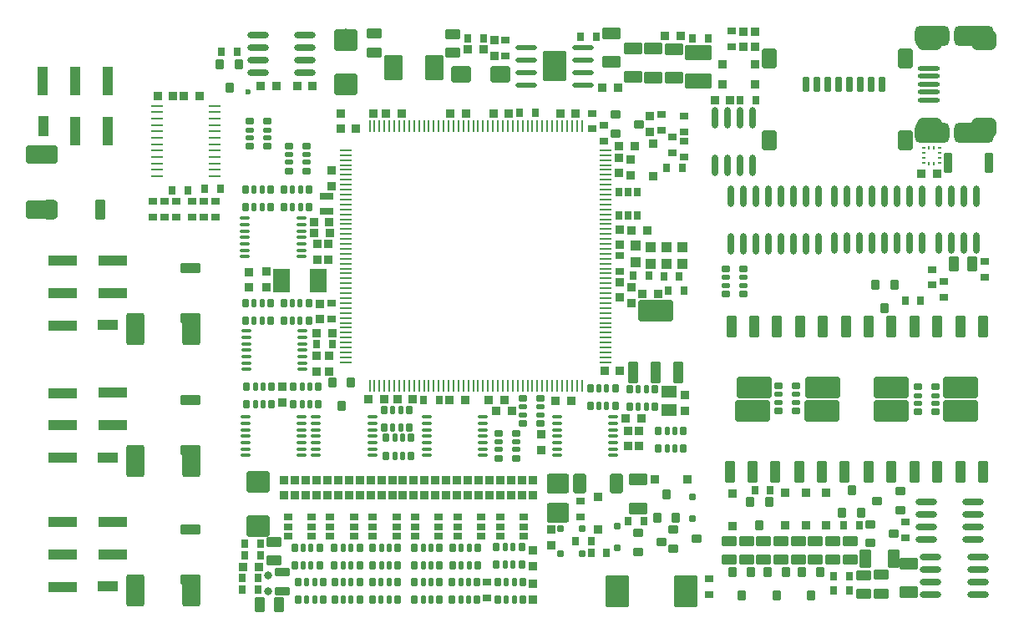
<source format=gtp>
G75*
G70*
%OFA0B0*%
%FSLAX25Y25*%
%IPPOS*%
%LPD*%
%AMOC8*
5,1,8,0,0,1.08239X$1,22.5*
%
%AMM1*
21,1,0.080710,0.097440,0.000000,0.000000,270.000000*
21,1,0.040350,0.137800,0.000000,0.000000,270.000000*
1,1,0.040350,-0.048720,-0.020180*
1,1,0.040350,-0.048720,0.020180*
1,1,0.040350,0.048720,0.020180*
1,1,0.040350,0.048720,-0.020180*
%
%AMM10*
21,1,0.125980,0.056690,0.000000,0.000000,180.000000*
21,1,0.111810,0.070870,0.000000,0.000000,180.000000*
1,1,0.014170,-0.055910,0.028350*
1,1,0.014170,0.055910,0.028350*
1,1,0.014170,0.055910,-0.028350*
1,1,0.014170,-0.055910,-0.028350*
%
%AMM101*
21,1,0.094490,0.111020,0.000000,0.000000,180.000000*
21,1,0.075590,0.129920,0.000000,0.000000,180.000000*
1,1,0.018900,-0.037800,0.055510*
1,1,0.018900,0.037800,0.055510*
1,1,0.018900,0.037800,-0.055510*
1,1,0.018900,-0.037800,-0.055510*
%
%AMM102*
21,1,0.023620,0.018900,0.000000,0.000000,270.000000*
21,1,0.018900,0.023620,0.000000,0.000000,270.000000*
1,1,0.004720,-0.009450,-0.009450*
1,1,0.004720,-0.009450,0.009450*
1,1,0.004720,0.009450,0.009450*
1,1,0.004720,0.009450,-0.009450*
%
%AMM103*
21,1,0.035830,0.026770,0.000000,0.000000,0.000000*
21,1,0.029130,0.033470,0.000000,0.000000,0.000000*
1,1,0.006690,0.014570,-0.013390*
1,1,0.006690,-0.014570,-0.013390*
1,1,0.006690,-0.014570,0.013390*
1,1,0.006690,0.014570,0.013390*
%
%AMM104*
21,1,0.023620,0.018900,0.000000,0.000000,180.000000*
21,1,0.018900,0.023620,0.000000,0.000000,180.000000*
1,1,0.004720,-0.009450,0.009450*
1,1,0.004720,0.009450,0.009450*
1,1,0.004720,0.009450,-0.009450*
1,1,0.004720,-0.009450,-0.009450*
%
%AMM105*
21,1,0.035430,0.030320,0.000000,0.000000,0.000000*
21,1,0.028350,0.037400,0.000000,0.000000,0.000000*
1,1,0.007090,0.014170,-0.015160*
1,1,0.007090,-0.014170,-0.015160*
1,1,0.007090,-0.014170,0.015160*
1,1,0.007090,0.014170,0.015160*
%
%AMM106*
21,1,0.078740,0.070870,0.000000,0.000000,270.000000*
21,1,0.062990,0.086610,0.000000,0.000000,270.000000*
1,1,0.015750,-0.035430,-0.031500*
1,1,0.015750,-0.035430,0.031500*
1,1,0.015750,0.035430,0.031500*
1,1,0.015750,0.035430,-0.031500*
%
%AMM107*
21,1,0.051180,0.068500,0.000000,0.000000,180.000000*
21,1,0.040950,0.078740,0.000000,0.000000,180.000000*
1,1,0.010240,-0.020470,0.034250*
1,1,0.010240,0.020470,0.034250*
1,1,0.010240,0.020470,-0.034250*
1,1,0.010240,-0.020470,-0.034250*
%
%AMM108*
21,1,0.033470,0.026770,0.000000,0.000000,90.000000*
21,1,0.026770,0.033470,0.000000,0.000000,90.000000*
1,1,0.006690,0.013390,0.013390*
1,1,0.006690,0.013390,-0.013390*
1,1,0.006690,-0.013390,-0.013390*
1,1,0.006690,-0.013390,0.013390*
%
%AMM109*
21,1,0.035830,0.026770,0.000000,0.000000,90.000000*
21,1,0.029130,0.033470,0.000000,0.000000,90.000000*
1,1,0.006690,0.013390,0.014570*
1,1,0.006690,0.013390,-0.014570*
1,1,0.006690,-0.013390,-0.014570*
1,1,0.006690,-0.013390,0.014570*
%
%AMM110*
21,1,0.070870,0.036220,0.000000,0.000000,180.000000*
21,1,0.061810,0.045280,0.000000,0.000000,180.000000*
1,1,0.009060,-0.030910,0.018110*
1,1,0.009060,0.030910,0.018110*
1,1,0.009060,0.030910,-0.018110*
1,1,0.009060,-0.030910,-0.018110*
%
%AMM121*
21,1,0.106300,0.050390,0.000000,0.000000,0.000000*
21,1,0.093700,0.062990,0.000000,0.000000,0.000000*
1,1,0.012600,0.046850,-0.025200*
1,1,0.012600,-0.046850,-0.025200*
1,1,0.012600,-0.046850,0.025200*
1,1,0.012600,0.046850,0.025200*
%
%AMM122*
21,1,0.074800,0.083460,0.000000,0.000000,180.000000*
21,1,0.059840,0.098430,0.000000,0.000000,180.000000*
1,1,0.014960,-0.029920,0.041730*
1,1,0.014960,0.029920,0.041730*
1,1,0.014960,0.029920,-0.041730*
1,1,0.014960,-0.029920,-0.041730*
%
%AMM123*
21,1,0.122050,0.075590,0.000000,0.000000,270.000000*
21,1,0.103150,0.094490,0.000000,0.000000,270.000000*
1,1,0.018900,-0.037800,-0.051580*
1,1,0.018900,-0.037800,0.051580*
1,1,0.018900,0.037800,0.051580*
1,1,0.018900,0.037800,-0.051580*
%
%AMM124*
21,1,0.078740,0.053540,0.000000,0.000000,180.000000*
21,1,0.065350,0.066930,0.000000,0.000000,180.000000*
1,1,0.013390,-0.032680,0.026770*
1,1,0.013390,0.032680,0.026770*
1,1,0.013390,0.032680,-0.026770*
1,1,0.013390,-0.032680,-0.026770*
%
%AMM125*
21,1,0.086610,0.073230,0.000000,0.000000,90.000000*
21,1,0.069290,0.090550,0.000000,0.000000,90.000000*
1,1,0.017320,0.036610,0.034650*
1,1,0.017320,0.036610,-0.034650*
1,1,0.017320,-0.036610,-0.034650*
1,1,0.017320,-0.036610,0.034650*
%
%AMM131*
21,1,0.078740,0.045670,0.000000,0.000000,270.000000*
21,1,0.067320,0.057090,0.000000,0.000000,270.000000*
1,1,0.011420,-0.022840,-0.033660*
1,1,0.011420,-0.022840,0.033660*
1,1,0.011420,0.022840,0.033660*
1,1,0.011420,0.022840,-0.033660*
%
%AMM132*
21,1,0.059060,0.020470,0.000000,0.000000,270.000000*
21,1,0.053940,0.025590,0.000000,0.000000,270.000000*
1,1,0.005120,-0.010240,-0.026970*
1,1,0.005120,-0.010240,0.026970*
1,1,0.005120,0.010240,0.026970*
1,1,0.005120,0.010240,-0.026970*
%
%AMM135*
21,1,0.070870,0.036220,0.000000,0.000000,270.000000*
21,1,0.061810,0.045280,0.000000,0.000000,270.000000*
1,1,0.009060,-0.018110,-0.030910*
1,1,0.009060,-0.018110,0.030910*
1,1,0.009060,0.018110,0.030910*
1,1,0.009060,0.018110,-0.030910*
%
%AMM136*
21,1,0.035430,0.030320,0.000000,0.000000,90.000000*
21,1,0.028350,0.037400,0.000000,0.000000,90.000000*
1,1,0.007090,0.015160,0.014170*
1,1,0.007090,0.015160,-0.014170*
1,1,0.007090,-0.015160,-0.014170*
1,1,0.007090,-0.015160,0.014170*
%
%AMM137*
21,1,0.043310,0.075980,0.000000,0.000000,180.000000*
21,1,0.034650,0.084650,0.000000,0.000000,180.000000*
1,1,0.008660,-0.017320,0.037990*
1,1,0.008660,0.017320,0.037990*
1,1,0.008660,0.017320,-0.037990*
1,1,0.008660,-0.017320,-0.037990*
%
%AMM138*
21,1,0.043310,0.075990,0.000000,0.000000,180.000000*
21,1,0.034650,0.084650,0.000000,0.000000,180.000000*
1,1,0.008660,-0.017320,0.037990*
1,1,0.008660,0.017320,0.037990*
1,1,0.008660,0.017320,-0.037990*
1,1,0.008660,-0.017320,-0.037990*
%
%AMM139*
21,1,0.137800,0.067720,0.000000,0.000000,180.000000*
21,1,0.120870,0.084650,0.000000,0.000000,180.000000*
1,1,0.016930,-0.060430,0.033860*
1,1,0.016930,0.060430,0.033860*
1,1,0.016930,0.060430,-0.033860*
1,1,0.016930,-0.060430,-0.033860*
%
%AMM145*
21,1,0.033470,0.026770,0.000000,0.000000,0.000000*
21,1,0.026770,0.033470,0.000000,0.000000,0.000000*
1,1,0.006690,0.013390,-0.013390*
1,1,0.006690,-0.013390,-0.013390*
1,1,0.006690,-0.013390,0.013390*
1,1,0.006690,0.013390,0.013390*
%
%AMM2*
21,1,0.080710,0.117130,0.000000,0.000000,270.000000*
21,1,0.040350,0.157480,0.000000,0.000000,270.000000*
1,1,0.040350,-0.058560,-0.020180*
1,1,0.040350,-0.058560,0.020180*
1,1,0.040350,0.058560,0.020180*
1,1,0.040350,0.058560,-0.020180*
%
%AMM3*
21,1,0.078740,0.059060,0.000000,0.000000,90.000000*
21,1,0.039370,0.098430,0.000000,0.000000,90.000000*
1,1,0.039370,0.029530,0.019680*
1,1,0.039370,0.029530,-0.019680*
1,1,0.039370,-0.029530,-0.019680*
1,1,0.039370,-0.029530,0.019680*
%
%AMM4*
21,1,0.041340,0.070470,0.000000,0.000000,90.000000*
21,1,0.033070,0.078740,0.000000,0.000000,90.000000*
1,1,0.008270,0.035240,0.016540*
1,1,0.008270,0.035240,-0.016540*
1,1,0.008270,-0.035240,-0.016540*
1,1,0.008270,-0.035240,0.016540*
%
%AMM5*
21,1,0.041340,0.070470,0.000000,0.000000,0.000000*
21,1,0.033070,0.078740,0.000000,0.000000,0.000000*
1,1,0.008270,0.016540,-0.035240*
1,1,0.008270,-0.016540,-0.035240*
1,1,0.008270,-0.016540,0.035240*
1,1,0.008270,0.016540,0.035240*
%
%AMM55*
21,1,0.043310,0.075980,0.000000,0.000000,0.000000*
21,1,0.034650,0.084650,0.000000,0.000000,0.000000*
1,1,0.008660,0.017320,-0.037990*
1,1,0.008660,-0.017320,-0.037990*
1,1,0.008660,-0.017320,0.037990*
1,1,0.008660,0.017320,0.037990*
%
%AMM56*
21,1,0.043310,0.075990,0.000000,0.000000,0.000000*
21,1,0.034650,0.084650,0.000000,0.000000,0.000000*
1,1,0.008660,0.017320,-0.037990*
1,1,0.008660,-0.017320,-0.037990*
1,1,0.008660,-0.017320,0.037990*
1,1,0.008660,0.017320,0.037990*
%
%AMM57*
21,1,0.137800,0.067720,0.000000,0.000000,0.000000*
21,1,0.120870,0.084650,0.000000,0.000000,0.000000*
1,1,0.016930,0.060430,-0.033860*
1,1,0.016930,-0.060430,-0.033860*
1,1,0.016930,-0.060430,0.033860*
1,1,0.016930,0.060430,0.033860*
%
%AMM58*
21,1,0.025590,0.026380,0.000000,0.000000,90.000000*
21,1,0.020470,0.031500,0.000000,0.000000,90.000000*
1,1,0.005120,0.013190,0.010240*
1,1,0.005120,0.013190,-0.010240*
1,1,0.005120,-0.013190,-0.010240*
1,1,0.005120,-0.013190,0.010240*
%
%AMM59*
21,1,0.017720,0.027950,0.000000,0.000000,90.000000*
21,1,0.014170,0.031500,0.000000,0.000000,90.000000*
1,1,0.003540,0.013980,0.007090*
1,1,0.003540,0.013980,-0.007090*
1,1,0.003540,-0.013980,-0.007090*
1,1,0.003540,-0.013980,0.007090*
%
%AMM6*
21,1,0.033470,0.026770,0.000000,0.000000,180.000000*
21,1,0.026770,0.033470,0.000000,0.000000,180.000000*
1,1,0.006690,-0.013390,0.013390*
1,1,0.006690,0.013390,0.013390*
1,1,0.006690,0.013390,-0.013390*
1,1,0.006690,-0.013390,-0.013390*
%
%AMM60*
21,1,0.033470,0.026770,0.000000,0.000000,270.000000*
21,1,0.026770,0.033470,0.000000,0.000000,270.000000*
1,1,0.006690,-0.013390,-0.013390*
1,1,0.006690,-0.013390,0.013390*
1,1,0.006690,0.013390,0.013390*
1,1,0.006690,0.013390,-0.013390*
%
%AMM61*
21,1,0.039370,0.035430,0.000000,0.000000,270.000000*
21,1,0.031500,0.043310,0.000000,0.000000,270.000000*
1,1,0.007870,-0.017720,-0.015750*
1,1,0.007870,-0.017720,0.015750*
1,1,0.007870,0.017720,0.015750*
1,1,0.007870,0.017720,-0.015750*
%
%AMM62*
21,1,0.027560,0.030710,0.000000,0.000000,180.000000*
21,1,0.022050,0.036220,0.000000,0.000000,180.000000*
1,1,0.005510,-0.011020,0.015350*
1,1,0.005510,0.011020,0.015350*
1,1,0.005510,0.011020,-0.015350*
1,1,0.005510,-0.011020,-0.015350*
%
%AMM63*
21,1,0.027560,0.030710,0.000000,0.000000,90.000000*
21,1,0.022050,0.036220,0.000000,0.000000,90.000000*
1,1,0.005510,0.015350,0.011020*
1,1,0.005510,0.015350,-0.011020*
1,1,0.005510,-0.015350,-0.011020*
1,1,0.005510,-0.015350,0.011020*
%
%AMM64*
21,1,0.035430,0.030320,0.000000,0.000000,270.000000*
21,1,0.028350,0.037400,0.000000,0.000000,270.000000*
1,1,0.007090,-0.015160,-0.014170*
1,1,0.007090,-0.015160,0.014170*
1,1,0.007090,0.015160,0.014170*
1,1,0.007090,0.015160,-0.014170*
%
%AMM65*
21,1,0.023620,0.030710,0.000000,0.000000,180.000000*
21,1,0.018900,0.035430,0.000000,0.000000,180.000000*
1,1,0.004720,-0.009450,0.015350*
1,1,0.004720,0.009450,0.015350*
1,1,0.004720,0.009450,-0.015350*
1,1,0.004720,-0.009450,-0.015350*
%
%AMM66*
21,1,0.025590,0.026380,0.000000,0.000000,0.000000*
21,1,0.020470,0.031500,0.000000,0.000000,0.000000*
1,1,0.005120,0.010240,-0.013190*
1,1,0.005120,-0.010240,-0.013190*
1,1,0.005120,-0.010240,0.013190*
1,1,0.005120,0.010240,0.013190*
%
%AMM67*
21,1,0.017720,0.027950,0.000000,0.000000,0.000000*
21,1,0.014170,0.031500,0.000000,0.000000,0.000000*
1,1,0.003540,0.007090,-0.013980*
1,1,0.003540,-0.007090,-0.013980*
1,1,0.003540,-0.007090,0.013980*
1,1,0.003540,0.007090,0.013980*
%
%AMM68*
21,1,0.035830,0.026770,0.000000,0.000000,270.000000*
21,1,0.029130,0.033470,0.000000,0.000000,270.000000*
1,1,0.006690,-0.013390,-0.014570*
1,1,0.006690,-0.013390,0.014570*
1,1,0.006690,0.013390,0.014570*
1,1,0.006690,0.013390,-0.014570*
%
%AMM69*
21,1,0.035430,0.030320,0.000000,0.000000,180.000000*
21,1,0.028350,0.037400,0.000000,0.000000,180.000000*
1,1,0.007090,-0.014170,0.015160*
1,1,0.007090,0.014170,0.015160*
1,1,0.007090,0.014170,-0.015160*
1,1,0.007090,-0.014170,-0.015160*
%
%AMM7*
21,1,0.125980,0.056690,0.000000,0.000000,270.000000*
21,1,0.111810,0.070870,0.000000,0.000000,270.000000*
1,1,0.014170,-0.028350,-0.055910*
1,1,0.014170,-0.028350,0.055910*
1,1,0.014170,0.028350,0.055910*
1,1,0.014170,0.028350,-0.055910*
%
%AMM70*
21,1,0.027560,0.049610,0.000000,0.000000,270.000000*
21,1,0.022050,0.055120,0.000000,0.000000,270.000000*
1,1,0.005510,-0.024800,-0.011020*
1,1,0.005510,-0.024800,0.011020*
1,1,0.005510,0.024800,0.011020*
1,1,0.005510,0.024800,-0.011020*
%
%AMM71*
21,1,0.035830,0.026770,0.000000,0.000000,180.000000*
21,1,0.029130,0.033470,0.000000,0.000000,180.000000*
1,1,0.006690,-0.014570,0.013390*
1,1,0.006690,0.014570,0.013390*
1,1,0.006690,0.014570,-0.013390*
1,1,0.006690,-0.014570,-0.013390*
%
%AMM8*
21,1,0.031500,0.072440,0.000000,0.000000,180.000000*
21,1,0.025200,0.078740,0.000000,0.000000,180.000000*
1,1,0.006300,-0.012600,0.036220*
1,1,0.006300,0.012600,0.036220*
1,1,0.006300,0.012600,-0.036220*
1,1,0.006300,-0.012600,-0.036220*
%
%AMM89*
21,1,0.035430,0.050000,0.000000,0.000000,270.000000*
21,1,0.028350,0.057090,0.000000,0.000000,270.000000*
1,1,0.007090,-0.025000,-0.014170*
1,1,0.007090,-0.025000,0.014170*
1,1,0.007090,0.025000,0.014170*
1,1,0.007090,0.025000,-0.014170*
%
%AMM9*
21,1,0.027560,0.030710,0.000000,0.000000,270.000000*
21,1,0.022050,0.036220,0.000000,0.000000,270.000000*
1,1,0.005510,-0.015350,-0.011020*
1,1,0.005510,-0.015350,0.011020*
1,1,0.005510,0.015350,0.011020*
1,1,0.005510,0.015350,-0.011020*
%
%AMM90*
21,1,0.086610,0.073230,0.000000,0.000000,270.000000*
21,1,0.069290,0.090550,0.000000,0.000000,270.000000*
1,1,0.017320,-0.036610,-0.034650*
1,1,0.017320,-0.036610,0.034650*
1,1,0.017320,0.036610,0.034650*
1,1,0.017320,0.036610,-0.034650*
%
%AMM91*
21,1,0.039370,0.049210,0.000000,0.000000,180.000000*
21,1,0.031500,0.057090,0.000000,0.000000,180.000000*
1,1,0.007870,-0.015750,0.024610*
1,1,0.007870,0.015750,0.024610*
1,1,0.007870,0.015750,-0.024610*
1,1,0.007870,-0.015750,-0.024610*
%
%AMM92*
21,1,0.023620,0.030710,0.000000,0.000000,90.000000*
21,1,0.018900,0.035430,0.000000,0.000000,90.000000*
1,1,0.004720,0.015350,0.009450*
1,1,0.004720,0.015350,-0.009450*
1,1,0.004720,-0.015350,-0.009450*
1,1,0.004720,-0.015350,0.009450*
%
%AMM93*
21,1,0.027560,0.030710,0.000000,0.000000,0.000000*
21,1,0.022050,0.036220,0.000000,0.000000,0.000000*
1,1,0.005510,0.011020,-0.015350*
1,1,0.005510,-0.011020,-0.015350*
1,1,0.005510,-0.011020,0.015350*
1,1,0.005510,0.011020,0.015350*
%
%AMM94*
21,1,0.039370,0.049210,0.000000,0.000000,90.000000*
21,1,0.031500,0.057090,0.000000,0.000000,90.000000*
1,1,0.007870,0.024610,0.015750*
1,1,0.007870,0.024610,-0.015750*
1,1,0.007870,-0.024610,-0.015750*
1,1,0.007870,-0.024610,0.015750*
%
%ADD106M131*%
%ADD11O,0.05118X0.00866*%
%ADD110R,0.03937X0.11811*%
%ADD117R,0.05906X0.05118*%
%ADD118M67*%
%ADD128C,0.02362*%
%ADD135M1*%
%ADD136M70*%
%ADD139M56*%
%ADD15M61*%
%ADD159M93*%
%ADD163M71*%
%ADD165M68*%
%ADD166M58*%
%ADD167M137*%
%ADD17M55*%
%ADD173O,0.08661X0.01968*%
%ADD174M104*%
%ADD175M90*%
%ADD178M102*%
%ADD18R,0.01378X0.00984*%
%ADD181M63*%
%ADD184M9*%
%ADD185O,0.08661X0.02362*%
%ADD189M106*%
%ADD19M94*%
%ADD191O,0.02362X0.08661*%
%ADD192M122*%
%ADD193M65*%
%ADD194M91*%
%ADD195M3*%
%ADD196M64*%
%ADD201O,0.01968X0.03937*%
%ADD208M132*%
%ADD214M7*%
%ADD220M121*%
%ADD223M8*%
%ADD235R,0.06693X0.09449*%
%ADD243O,0.04961X0.00984*%
%ADD245C,0.03150*%
%ADD246M6*%
%ADD247M110*%
%ADD251M103*%
%ADD261M59*%
%ADD263M145*%
%ADD267M62*%
%ADD269R,0.07874X0.03937*%
%ADD272M135*%
%ADD279M136*%
%ADD28M123*%
%ADD280M66*%
%ADD281M109*%
%ADD283R,0.11811X0.03937*%
%ADD29M89*%
%ADD294O,0.00866X0.05118*%
%ADD296M10*%
%ADD30M108*%
%ADD304M57*%
%ADD32M5*%
%ADD36R,0.03937X0.07874*%
%ADD39R,0.00984X0.01378*%
%ADD40M69*%
%ADD42O,0.04331X0.01181*%
%ADD51M105*%
%ADD59M101*%
%ADD60M124*%
%ADD62M60*%
%ADD75M4*%
%ADD76M107*%
%ADD79O,0.08858X0.01968*%
%ADD87M138*%
%ADD91M139*%
%ADD93M125*%
%ADD94M2*%
%ADD99M92*%
X0000000Y0000000D02*
G01*
G75*
D135*
X0365547Y0313090D02*
D03*
X0365547Y0274311D02*
D03*
D94*
X0382279Y0313090D02*
D03*
X0382279Y0274311D02*
D03*
D195*
X0364642Y0276181D02*
D03*
X0386098Y0276181D02*
D03*
X0386098Y0311221D02*
D03*
X0364642Y0311221D02*
D03*
D79*
X0364268Y0293701D02*
D03*
X0364268Y0290551D02*
D03*
X0364268Y0287402D02*
D03*
X0364268Y0296850D02*
D03*
X0364268Y0300000D02*
D03*
D75*
X0069685Y0115905D02*
D03*
X0069685Y0095906D02*
D03*
X0069685Y0167480D02*
D03*
X0069685Y0147480D02*
D03*
X0069685Y0220236D02*
D03*
X0069685Y0200236D02*
D03*
D283*
X0018602Y0093012D02*
D03*
X0018602Y0105905D02*
D03*
X0018602Y0118799D02*
D03*
X0038484Y0106004D02*
D03*
X0038484Y0118898D02*
D03*
X0018602Y0144587D02*
D03*
X0018602Y0157480D02*
D03*
X0018602Y0170374D02*
D03*
X0038484Y0157579D02*
D03*
X0038484Y0170472D02*
D03*
X0018602Y0197343D02*
D03*
X0018602Y0210236D02*
D03*
X0018602Y0223130D02*
D03*
X0038484Y0210335D02*
D03*
X0038484Y0223228D02*
D03*
D269*
X0036515Y0093110D02*
D03*
X0036515Y0144685D02*
D03*
X0036515Y0197441D02*
D03*
D32*
X0033622Y0243701D02*
D03*
X0013622Y0243701D02*
D03*
D110*
X0010728Y0294783D02*
D03*
X0023622Y0294783D02*
D03*
X0036516Y0294783D02*
D03*
X0023720Y0274902D02*
D03*
X0036614Y0274902D02*
D03*
D36*
X0010827Y0276870D02*
D03*
D18*
X0362205Y0266142D02*
D03*
X0362205Y0264173D02*
D03*
X0362205Y0268110D02*
D03*
X0362205Y0262205D02*
D03*
X0368504Y0268110D02*
D03*
X0368504Y0266142D02*
D03*
X0368504Y0264173D02*
D03*
X0368504Y0262205D02*
D03*
D39*
X0364370Y0268307D02*
D03*
X0366339Y0268307D02*
D03*
X0366339Y0262008D02*
D03*
X0364370Y0262008D02*
D03*
D246*
X0367480Y0257776D02*
D03*
X0361260Y0257776D02*
D03*
D214*
X0069784Y0091732D02*
D03*
X0047736Y0091732D02*
D03*
X0047736Y0196063D02*
D03*
X0069784Y0196063D02*
D03*
X0047736Y0143307D02*
D03*
X0069784Y0143307D02*
D03*
D223*
X0388387Y0262319D02*
D03*
X0371851Y0262319D02*
D03*
D184*
X0276673Y0096260D02*
D03*
X0276673Y0089961D02*
D03*
D296*
X0010236Y0243602D02*
D03*
X0010236Y0265650D02*
D03*
X0087382Y0140157D02*
G01*
G75*
D17*
X0246240Y0178740D02*
D03*
X0264351Y0178740D02*
D03*
D139*
X0255295Y0178740D02*
D03*
D304*
X0255295Y0203149D02*
D03*
D166*
X0100276Y0278838D02*
D03*
X0093189Y0278838D02*
D03*
X0093189Y0268799D02*
D03*
X0100276Y0268799D02*
D03*
X0115886Y0269074D02*
D03*
X0108799Y0269074D02*
D03*
X0108799Y0259034D02*
D03*
X0115886Y0259034D02*
D03*
X0192599Y0154429D02*
D03*
X0199685Y0154429D02*
D03*
X0199685Y0144389D02*
D03*
X0192599Y0144389D02*
D03*
X0202244Y0168307D02*
D03*
X0209331Y0168307D02*
D03*
X0209331Y0158267D02*
D03*
X0202244Y0158267D02*
D03*
D261*
X0093189Y0272244D02*
D03*
X0093189Y0275393D02*
D03*
X0100276Y0275393D02*
D03*
X0100276Y0272244D02*
D03*
X0108799Y0262479D02*
D03*
X0108799Y0265629D02*
D03*
X0115886Y0265629D02*
D03*
X0115886Y0262479D02*
D03*
X0192599Y0150984D02*
D03*
X0192599Y0147834D02*
D03*
X0199685Y0147834D02*
D03*
X0199685Y0150984D02*
D03*
X0202244Y0164862D02*
D03*
X0202244Y0161712D02*
D03*
X0209331Y0161712D02*
D03*
X0209331Y0164862D02*
D03*
D42*
X0215925Y0160826D02*
D03*
X0215925Y0158267D02*
D03*
X0215925Y0155708D02*
D03*
X0215925Y0153149D02*
D03*
X0215925Y0150590D02*
D03*
X0215925Y0148031D02*
D03*
X0215925Y0145472D02*
D03*
X0238366Y0160826D02*
D03*
X0238366Y0158267D02*
D03*
X0238366Y0155708D02*
D03*
X0238366Y0153149D02*
D03*
X0238366Y0150590D02*
D03*
X0238366Y0148031D02*
D03*
X0238366Y0145472D02*
D03*
X0091909Y0195177D02*
D03*
X0091909Y0192618D02*
D03*
X0091909Y0190059D02*
D03*
X0091909Y0187500D02*
D03*
X0091909Y0184940D02*
D03*
X0091909Y0182381D02*
D03*
X0091909Y0179822D02*
D03*
X0114351Y0195177D02*
D03*
X0114351Y0192618D02*
D03*
X0114351Y0190059D02*
D03*
X0114351Y0187500D02*
D03*
X0114351Y0184940D02*
D03*
X0114351Y0182381D02*
D03*
X0114351Y0179822D02*
D03*
X0091417Y0240157D02*
D03*
X0091417Y0237598D02*
D03*
X0091417Y0235039D02*
D03*
X0091417Y0232480D02*
D03*
X0091417Y0229921D02*
D03*
X0091417Y0227362D02*
D03*
X0091417Y0224803D02*
D03*
X0113858Y0240157D02*
D03*
X0113858Y0237598D02*
D03*
X0113858Y0235039D02*
D03*
X0113858Y0232480D02*
D03*
X0113858Y0229921D02*
D03*
X0113858Y0227362D02*
D03*
X0113858Y0224803D02*
D03*
X0142106Y0145472D02*
D03*
X0142106Y0148031D02*
D03*
X0142106Y0150590D02*
D03*
X0142106Y0153149D02*
D03*
X0142106Y0155708D02*
D03*
X0142106Y0158267D02*
D03*
X0142106Y0160826D02*
D03*
X0119666Y0145472D02*
D03*
X0119666Y0148031D02*
D03*
X0119666Y0150590D02*
D03*
X0119666Y0153149D02*
D03*
X0119666Y0155708D02*
D03*
X0119666Y0158267D02*
D03*
X0119666Y0160826D02*
D03*
X0186398Y0145472D02*
D03*
X0186398Y0148031D02*
D03*
X0186398Y0150590D02*
D03*
X0186398Y0153149D02*
D03*
X0186398Y0155708D02*
D03*
X0186398Y0158267D02*
D03*
X0186398Y0160826D02*
D03*
X0163957Y0145472D02*
D03*
X0163957Y0148031D02*
D03*
X0163957Y0150590D02*
D03*
X0163957Y0153149D02*
D03*
X0163957Y0155708D02*
D03*
X0163957Y0158267D02*
D03*
X0163957Y0160826D02*
D03*
X0091614Y0160826D02*
D03*
X0091614Y0158267D02*
D03*
X0091614Y0155708D02*
D03*
X0091614Y0153149D02*
D03*
X0091614Y0150590D02*
D03*
X0091614Y0148031D02*
D03*
X0091614Y0145472D02*
D03*
X0114055Y0160826D02*
D03*
X0114055Y0158267D02*
D03*
X0114055Y0155708D02*
D03*
X0114055Y0153149D02*
D03*
X0114055Y0150590D02*
D03*
X0114055Y0148031D02*
D03*
X0114055Y0145472D02*
D03*
D11*
X0131673Y0267322D02*
D03*
X0131673Y0265354D02*
D03*
X0131673Y0263385D02*
D03*
X0131673Y0261417D02*
D03*
X0131673Y0259448D02*
D03*
X0131673Y0257480D02*
D03*
X0131673Y0255511D02*
D03*
X0131673Y0253543D02*
D03*
X0131673Y0251574D02*
D03*
X0131673Y0249606D02*
D03*
X0131673Y0247637D02*
D03*
X0131673Y0245669D02*
D03*
X0131673Y0243700D02*
D03*
X0131673Y0241732D02*
D03*
X0131673Y0239763D02*
D03*
X0131673Y0237795D02*
D03*
X0131673Y0235826D02*
D03*
X0131673Y0233858D02*
D03*
X0131673Y0231889D02*
D03*
X0131673Y0229921D02*
D03*
X0131673Y0227952D02*
D03*
X0131673Y0225984D02*
D03*
X0131673Y0224015D02*
D03*
X0131673Y0222047D02*
D03*
X0131673Y0220078D02*
D03*
X0131673Y0218110D02*
D03*
X0131673Y0216141D02*
D03*
X0131673Y0214173D02*
D03*
X0131673Y0212204D02*
D03*
X0131673Y0210236D02*
D03*
X0131673Y0208267D02*
D03*
X0131673Y0206299D02*
D03*
X0131673Y0204330D02*
D03*
X0131673Y0202362D02*
D03*
X0131673Y0200393D02*
D03*
X0131673Y0198425D02*
D03*
X0131673Y0196456D02*
D03*
X0131673Y0194488D02*
D03*
X0131673Y0192519D02*
D03*
X0131673Y0190551D02*
D03*
X0131673Y0188582D02*
D03*
X0131673Y0186614D02*
D03*
X0131673Y0184645D02*
D03*
X0131673Y0182677D02*
D03*
X0235217Y0182677D02*
D03*
X0235217Y0184645D02*
D03*
X0235217Y0186614D02*
D03*
X0235217Y0188582D02*
D03*
X0235217Y0190551D02*
D03*
X0235217Y0192519D02*
D03*
X0235217Y0194488D02*
D03*
X0235217Y0196456D02*
D03*
X0235217Y0198425D02*
D03*
X0235217Y0200393D02*
D03*
X0235217Y0202362D02*
D03*
X0235217Y0204330D02*
D03*
X0235217Y0206299D02*
D03*
X0235217Y0208267D02*
D03*
X0235217Y0210236D02*
D03*
X0235217Y0212204D02*
D03*
X0235217Y0214173D02*
D03*
X0235217Y0216141D02*
D03*
X0235217Y0218110D02*
D03*
X0235217Y0220078D02*
D03*
X0235217Y0222047D02*
D03*
X0235217Y0224015D02*
D03*
X0235217Y0225984D02*
D03*
X0235217Y0227952D02*
D03*
X0235217Y0229921D02*
D03*
X0235217Y0231889D02*
D03*
X0235217Y0233858D02*
D03*
X0235217Y0235826D02*
D03*
X0235217Y0237795D02*
D03*
X0235217Y0239763D02*
D03*
X0235217Y0241732D02*
D03*
X0235217Y0243700D02*
D03*
X0235217Y0245669D02*
D03*
X0235217Y0247637D02*
D03*
X0235217Y0249606D02*
D03*
X0235217Y0251574D02*
D03*
X0235217Y0253543D02*
D03*
X0235217Y0255511D02*
D03*
X0235217Y0257480D02*
D03*
X0235217Y0259448D02*
D03*
X0235217Y0261417D02*
D03*
X0235217Y0263385D02*
D03*
X0235217Y0265354D02*
D03*
X0235217Y0267322D02*
D03*
D294*
X0141122Y0173228D02*
D03*
X0143091Y0173228D02*
D03*
X0145059Y0173228D02*
D03*
X0147028Y0173228D02*
D03*
X0148996Y0173228D02*
D03*
X0150965Y0173228D02*
D03*
X0152933Y0173228D02*
D03*
X0154902Y0173228D02*
D03*
X0156870Y0173228D02*
D03*
X0158839Y0173228D02*
D03*
X0160807Y0173228D02*
D03*
X0162776Y0173228D02*
D03*
X0164744Y0173228D02*
D03*
X0166713Y0173228D02*
D03*
X0168681Y0173228D02*
D03*
X0170650Y0173228D02*
D03*
X0172618Y0173228D02*
D03*
X0174587Y0173228D02*
D03*
X0176555Y0173228D02*
D03*
X0178524Y0173228D02*
D03*
X0180492Y0173228D02*
D03*
X0182461Y0173228D02*
D03*
X0184429Y0173228D02*
D03*
X0186398Y0173228D02*
D03*
X0188366Y0173228D02*
D03*
X0190335Y0173228D02*
D03*
X0192303Y0173228D02*
D03*
X0194272Y0173228D02*
D03*
X0196240Y0173228D02*
D03*
X0198209Y0173228D02*
D03*
X0200177Y0173228D02*
D03*
X0202146Y0173228D02*
D03*
X0204114Y0173228D02*
D03*
X0206083Y0173228D02*
D03*
X0208051Y0173228D02*
D03*
X0210020Y0173228D02*
D03*
X0211988Y0173228D02*
D03*
X0213957Y0173228D02*
D03*
X0215925Y0173228D02*
D03*
X0217894Y0173228D02*
D03*
X0219862Y0173228D02*
D03*
X0221831Y0173228D02*
D03*
X0223799Y0173228D02*
D03*
X0225768Y0173228D02*
D03*
X0225768Y0276771D02*
D03*
X0223799Y0276771D02*
D03*
X0221831Y0276771D02*
D03*
X0219862Y0276771D02*
D03*
X0217894Y0276771D02*
D03*
X0215925Y0276771D02*
D03*
X0213957Y0276771D02*
D03*
X0211988Y0276771D02*
D03*
X0210020Y0276771D02*
D03*
X0208051Y0276771D02*
D03*
X0206083Y0276771D02*
D03*
X0204114Y0276771D02*
D03*
X0202146Y0276771D02*
D03*
X0200177Y0276771D02*
D03*
X0198209Y0276771D02*
D03*
X0196240Y0276771D02*
D03*
X0194272Y0276771D02*
D03*
X0192303Y0276771D02*
D03*
X0190335Y0276771D02*
D03*
X0188366Y0276771D02*
D03*
X0186398Y0276771D02*
D03*
X0184429Y0276771D02*
D03*
X0182461Y0276771D02*
D03*
X0180492Y0276771D02*
D03*
X0178524Y0276771D02*
D03*
X0176555Y0276771D02*
D03*
X0174587Y0276771D02*
D03*
X0172618Y0276771D02*
D03*
X0170650Y0276771D02*
D03*
X0168681Y0276771D02*
D03*
X0166713Y0276771D02*
D03*
X0164744Y0276771D02*
D03*
X0162776Y0276771D02*
D03*
X0160807Y0276771D02*
D03*
X0158839Y0276771D02*
D03*
X0156870Y0276771D02*
D03*
X0154902Y0276771D02*
D03*
X0152933Y0276771D02*
D03*
X0150965Y0276771D02*
D03*
X0148996Y0276771D02*
D03*
X0147028Y0276771D02*
D03*
X0145059Y0276771D02*
D03*
X0143091Y0276771D02*
D03*
X0141122Y0276771D02*
D03*
D246*
X0243327Y0160236D02*
D03*
X0249547Y0160236D02*
D03*
X0240571Y0268897D02*
D03*
X0246791Y0268897D02*
D03*
X0249921Y0210039D02*
D03*
X0256142Y0210039D02*
D03*
X0152185Y0167913D02*
D03*
X0158406Y0167913D02*
D03*
X0223327Y0281968D02*
D03*
X0217106Y0281968D02*
D03*
X0215276Y0167322D02*
D03*
X0221496Y0167322D02*
D03*
X0129449Y0275984D02*
D03*
X0135669Y0275984D02*
D03*
X0245689Y0235334D02*
D03*
X0251909Y0235334D02*
D03*
X0140669Y0167913D02*
D03*
X0146890Y0167913D02*
D03*
X0191555Y0163188D02*
D03*
X0197776Y0163188D02*
D03*
X0125138Y0234350D02*
D03*
X0118918Y0234350D02*
D03*
X0153878Y0282086D02*
D03*
X0147658Y0282086D02*
D03*
X0173347Y0281988D02*
D03*
X0179567Y0281988D02*
D03*
X0190473Y0281988D02*
D03*
X0196693Y0281988D02*
D03*
X0240984Y0179429D02*
D03*
X0234764Y0179429D02*
D03*
X0179173Y0167519D02*
D03*
X0172953Y0167519D02*
D03*
X0194823Y0167618D02*
D03*
X0188603Y0167618D02*
D03*
X0125039Y0238680D02*
D03*
X0118819Y0238680D02*
D03*
X0120000Y0194389D02*
D03*
X0126221Y0194389D02*
D03*
D62*
X0253032Y0280866D02*
D03*
X0253032Y0274645D02*
D03*
X0266811Y0163425D02*
D03*
X0266811Y0169645D02*
D03*
X0240630Y0258110D02*
D03*
X0240630Y0264330D02*
D03*
X0124685Y0223759D02*
D03*
X0124685Y0229980D02*
D03*
X0245158Y0257322D02*
D03*
X0245158Y0263543D02*
D03*
X0209725Y0147677D02*
D03*
X0209725Y0153897D02*
D03*
X0244173Y0149153D02*
D03*
X0244173Y0155374D02*
D03*
X0248603Y0155373D02*
D03*
X0248603Y0149153D02*
D03*
X0099882Y0218858D02*
D03*
X0099882Y0212637D02*
D03*
X0120158Y0223759D02*
D03*
X0120158Y0229980D02*
D03*
X0124784Y0179074D02*
D03*
X0124784Y0185295D02*
D03*
X0119961Y0178976D02*
D03*
X0119961Y0185196D02*
D03*
X0106378Y0166574D02*
D03*
X0106378Y0172795D02*
D03*
X0092795Y0212539D02*
D03*
X0092795Y0218759D02*
D03*
X0240925Y0229468D02*
D03*
X0240925Y0235688D02*
D03*
X0241024Y0214724D02*
D03*
X0241024Y0208504D02*
D03*
X0121142Y0199842D02*
D03*
X0121142Y0206062D02*
D03*
X0245551Y0212559D02*
D03*
X0245551Y0206338D02*
D03*
X0125866Y0259114D02*
D03*
X0125866Y0252893D02*
D03*
D15*
X0265827Y0228543D02*
D03*
X0265827Y0221850D02*
D03*
X0253327Y0221948D02*
D03*
X0253327Y0228641D02*
D03*
X0259528Y0228543D02*
D03*
X0259528Y0221850D02*
D03*
X0247402Y0222539D02*
D03*
X0247402Y0229232D02*
D03*
D117*
X0260610Y0163484D02*
D03*
X0260610Y0170964D02*
D03*
D267*
X0162579Y0167716D02*
D03*
X0168878Y0167716D02*
D03*
X0246240Y0217125D02*
D03*
X0252539Y0217125D02*
D03*
X0207166Y0282185D02*
D03*
X0200866Y0282185D02*
D03*
X0264744Y0216929D02*
D03*
X0258445Y0216929D02*
D03*
X0266614Y0211417D02*
D03*
X0260315Y0211417D02*
D03*
X0119961Y0189862D02*
D03*
X0126260Y0189862D02*
D03*
X0259626Y0260334D02*
D03*
X0265925Y0260334D02*
D03*
D181*
X0234626Y0270964D02*
D03*
X0234626Y0277263D02*
D03*
X0229902Y0275787D02*
D03*
X0229902Y0282086D02*
D03*
X0241024Y0225295D02*
D03*
X0241024Y0218996D02*
D03*
X0257559Y0281692D02*
D03*
X0257559Y0275393D02*
D03*
X0266614Y0270866D02*
D03*
X0266614Y0264566D02*
D03*
X0266614Y0281003D02*
D03*
X0266614Y0274704D02*
D03*
X0261988Y0272440D02*
D03*
X0261988Y0266141D02*
D03*
X0125965Y0199901D02*
D03*
X0125965Y0206200D02*
D03*
D196*
X0248484Y0277756D02*
D03*
X0239232Y0281496D02*
D03*
D196*
X0239232Y0274015D02*
D03*
D235*
X0105984Y0215256D02*
D03*
X0120551Y0215256D02*
D03*
D193*
X0247913Y0241141D02*
D03*
X0244173Y0241141D02*
D03*
X0240433Y0241141D02*
D03*
X0240433Y0250590D02*
D03*
X0244173Y0250590D02*
D03*
X0247913Y0250590D02*
D03*
D280*
X0266417Y0148326D02*
D03*
X0266417Y0155413D02*
D03*
X0256378Y0155413D02*
D03*
X0256378Y0148326D02*
D03*
X0244961Y0164862D02*
D03*
X0244961Y0171948D02*
D03*
X0255000Y0171948D02*
D03*
X0255000Y0164862D02*
D03*
X0116811Y0199310D02*
D03*
X0116811Y0206397D02*
D03*
X0106772Y0206397D02*
D03*
X0106772Y0199310D02*
D03*
X0091516Y0199311D02*
D03*
X0091516Y0206397D02*
D03*
X0101555Y0206397D02*
D03*
X0101555Y0199311D02*
D03*
X0120748Y0165944D02*
D03*
X0120748Y0173031D02*
D03*
X0110709Y0173031D02*
D03*
X0110709Y0165944D02*
D03*
X0092008Y0165944D02*
D03*
X0092008Y0173031D02*
D03*
X0102047Y0173031D02*
D03*
X0102047Y0165944D02*
D03*
X0117008Y0244488D02*
D03*
X0117008Y0251574D02*
D03*
X0106969Y0251574D02*
D03*
X0106969Y0244488D02*
D03*
X0229114Y0165157D02*
D03*
X0229114Y0172244D02*
D03*
X0239154Y0172244D02*
D03*
X0239154Y0165157D02*
D03*
X0101654Y0244488D02*
D03*
X0101654Y0251574D02*
D03*
X0091614Y0251574D02*
D03*
X0091614Y0244488D02*
D03*
X0156969Y0163681D02*
D03*
X0156969Y0156594D02*
D03*
X0146929Y0156594D02*
D03*
X0146929Y0163681D02*
D03*
X0147717Y0145374D02*
D03*
X0147717Y0152460D02*
D03*
X0157756Y0152460D02*
D03*
X0157756Y0145374D02*
D03*
D118*
X0259823Y0155413D02*
D03*
X0262973Y0155413D02*
D03*
X0262973Y0148326D02*
D03*
X0259823Y0148326D02*
D03*
X0248406Y0164862D02*
D03*
X0251555Y0164862D02*
D03*
X0251555Y0171948D02*
D03*
X0248406Y0171948D02*
D03*
X0110217Y0206397D02*
D03*
X0113366Y0206397D02*
D03*
X0113366Y0199310D02*
D03*
X0110217Y0199310D02*
D03*
X0094961Y0199311D02*
D03*
X0098110Y0199311D02*
D03*
X0098110Y0206397D02*
D03*
X0094961Y0206397D02*
D03*
X0114154Y0173031D02*
D03*
X0117303Y0173031D02*
D03*
X0117303Y0165944D02*
D03*
X0114154Y0165944D02*
D03*
X0095453Y0165944D02*
D03*
X0098603Y0165944D02*
D03*
X0098603Y0173031D02*
D03*
X0095453Y0173031D02*
D03*
X0110414Y0251574D02*
D03*
X0113563Y0251574D02*
D03*
X0113563Y0244488D02*
D03*
X0110414Y0244488D02*
D03*
X0232559Y0165157D02*
D03*
X0235709Y0165157D02*
D03*
X0235709Y0172244D02*
D03*
X0232559Y0172244D02*
D03*
X0095059Y0251574D02*
D03*
X0098209Y0251574D02*
D03*
X0098209Y0244488D02*
D03*
X0095059Y0244488D02*
D03*
X0153524Y0163681D02*
D03*
X0150374Y0163681D02*
D03*
X0150374Y0156594D02*
D03*
X0153524Y0156594D02*
D03*
X0151162Y0145374D02*
D03*
X0154311Y0145374D02*
D03*
X0154311Y0152460D02*
D03*
X0151162Y0152460D02*
D03*
D165*
X0254114Y0257086D02*
D03*
X0254114Y0270078D02*
D03*
D40*
X0133740Y0174488D02*
D03*
X0130000Y0165236D02*
D03*
D40*
X0126260Y0174488D02*
D03*
D136*
X0123996Y0248818D02*
D03*
X0123996Y0242913D02*
D03*
D163*
X0142697Y0281988D02*
D03*
X0129705Y0281988D02*
D03*
X0087795Y0082283D02*
G01*
G75*
D29*
X0106102Y0098818D02*
D03*
X0106102Y0091338D02*
D03*
D175*
X0096456Y0134941D02*
D03*
X0096456Y0117224D02*
D03*
D181*
X0188090Y0088582D02*
D03*
X0188090Y0094881D02*
D03*
D194*
X0104823Y0085826D02*
D03*
X0097342Y0085826D02*
D03*
D245*
X0100590Y0097637D02*
D03*
X0100590Y0091338D02*
D03*
D99*
X0202559Y0113287D02*
D03*
X0202559Y0117027D02*
D03*
X0202559Y0120767D02*
D03*
X0193110Y0120767D02*
D03*
X0193110Y0117027D02*
D03*
X0193110Y0113287D02*
D03*
X0125393Y0113287D02*
D03*
X0125393Y0117027D02*
D03*
X0125393Y0120767D02*
D03*
X0134842Y0120767D02*
D03*
X0134842Y0117027D02*
D03*
X0134842Y0113287D02*
D03*
X0117913Y0113287D02*
D03*
X0117913Y0117027D02*
D03*
X0117913Y0120767D02*
D03*
X0108464Y0120767D02*
D03*
X0108464Y0117027D02*
D03*
X0108464Y0113287D02*
D03*
X0142323Y0113287D02*
D03*
X0142323Y0117027D02*
D03*
X0142323Y0120767D02*
D03*
X0151771Y0120767D02*
D03*
X0151771Y0117027D02*
D03*
X0151771Y0113287D02*
D03*
X0168700Y0113287D02*
D03*
X0168700Y0117027D02*
D03*
X0168700Y0120767D02*
D03*
X0159252Y0120767D02*
D03*
X0159252Y0117027D02*
D03*
X0159252Y0113287D02*
D03*
X0176181Y0113287D02*
D03*
X0176181Y0117027D02*
D03*
X0176181Y0120767D02*
D03*
X0185630Y0120767D02*
D03*
X0185630Y0117027D02*
D03*
X0185630Y0113287D02*
D03*
D280*
X0202264Y0087893D02*
D03*
X0202264Y0094980D02*
D03*
X0192224Y0094980D02*
D03*
X0192224Y0087893D02*
D03*
X0127165Y0087893D02*
D03*
X0127165Y0094980D02*
D03*
X0137204Y0094980D02*
D03*
X0137204Y0087893D02*
D03*
X0122638Y0087893D02*
D03*
X0122638Y0094980D02*
D03*
X0112598Y0094980D02*
D03*
X0112598Y0087893D02*
D03*
X0142224Y0087893D02*
D03*
X0142224Y0094980D02*
D03*
X0152263Y0094980D02*
D03*
X0152263Y0087893D02*
D03*
X0169094Y0087893D02*
D03*
X0169094Y0094980D02*
D03*
X0159055Y0094980D02*
D03*
X0159055Y0087893D02*
D03*
X0174016Y0087893D02*
D03*
X0174016Y0094980D02*
D03*
X0184055Y0094980D02*
D03*
X0184055Y0087893D02*
D03*
X0137106Y0101673D02*
D03*
X0137106Y0108759D02*
D03*
X0127067Y0108759D02*
D03*
X0127067Y0101673D02*
D03*
X0111122Y0101673D02*
D03*
X0111122Y0108759D02*
D03*
X0121161Y0108759D02*
D03*
X0121161Y0101673D02*
D03*
X0152362Y0101673D02*
D03*
X0152362Y0108759D02*
D03*
X0142323Y0108759D02*
D03*
X0142323Y0101673D02*
D03*
X0159055Y0101673D02*
D03*
X0159055Y0108759D02*
D03*
X0169094Y0108759D02*
D03*
X0169094Y0101673D02*
D03*
X0184350Y0101673D02*
D03*
X0184350Y0108759D02*
D03*
X0174311Y0108759D02*
D03*
X0174311Y0101673D02*
D03*
X0191732Y0101771D02*
D03*
X0191732Y0108858D02*
D03*
X0201771Y0108858D02*
D03*
X0201771Y0101771D02*
D03*
D118*
X0195669Y0094980D02*
D03*
X0198819Y0094980D02*
D03*
X0198819Y0087893D02*
D03*
X0195669Y0087893D02*
D03*
X0130610Y0087893D02*
D03*
X0133760Y0087893D02*
D03*
X0133760Y0094980D02*
D03*
X0130610Y0094980D02*
D03*
X0116043Y0094980D02*
D03*
X0119193Y0094980D02*
D03*
X0119193Y0087893D02*
D03*
X0116043Y0087893D02*
D03*
X0145669Y0087893D02*
D03*
X0148819Y0087893D02*
D03*
X0148819Y0094980D02*
D03*
X0145669Y0094980D02*
D03*
X0162500Y0094980D02*
D03*
X0165649Y0094980D02*
D03*
X0165649Y0087893D02*
D03*
X0162500Y0087893D02*
D03*
X0177460Y0087893D02*
D03*
X0180610Y0087893D02*
D03*
X0180610Y0094980D02*
D03*
X0177460Y0094980D02*
D03*
X0130512Y0108759D02*
D03*
X0133661Y0108759D02*
D03*
X0133661Y0101673D02*
D03*
X0130512Y0101673D02*
D03*
X0114567Y0101673D02*
D03*
X0117716Y0101673D02*
D03*
X0117716Y0108759D02*
D03*
X0114567Y0108759D02*
D03*
X0145768Y0108759D02*
D03*
X0148917Y0108759D02*
D03*
X0148917Y0101673D02*
D03*
X0145768Y0101673D02*
D03*
X0162500Y0101673D02*
D03*
X0165649Y0101673D02*
D03*
X0165649Y0108759D02*
D03*
X0162500Y0108759D02*
D03*
X0177756Y0108759D02*
D03*
X0180905Y0108759D02*
D03*
X0180905Y0101673D02*
D03*
X0177756Y0101673D02*
D03*
X0195177Y0101771D02*
D03*
X0198326Y0101771D02*
D03*
X0198326Y0108858D02*
D03*
X0195177Y0108858D02*
D03*
D62*
X0206299Y0088031D02*
D03*
X0206299Y0094252D02*
D03*
X0171752Y0129468D02*
D03*
X0171752Y0135689D02*
D03*
X0167421Y0135689D02*
D03*
X0167421Y0129468D02*
D03*
X0163090Y0129468D02*
D03*
X0163090Y0135689D02*
D03*
X0158760Y0135689D02*
D03*
X0158760Y0129468D02*
D03*
X0176082Y0129468D02*
D03*
X0176082Y0135689D02*
D03*
X0180413Y0135689D02*
D03*
X0180413Y0129468D02*
D03*
X0184744Y0129468D02*
D03*
X0184744Y0135689D02*
D03*
X0189074Y0135689D02*
D03*
X0189074Y0129468D02*
D03*
X0141437Y0129468D02*
D03*
X0141437Y0135689D02*
D03*
X0145768Y0135689D02*
D03*
X0145768Y0129468D02*
D03*
X0150098Y0129468D02*
D03*
X0150098Y0135689D02*
D03*
X0154429Y0135689D02*
D03*
X0154429Y0129468D02*
D03*
X0106791Y0129468D02*
D03*
X0106791Y0135689D02*
D03*
X0111122Y0135689D02*
D03*
X0111122Y0129468D02*
D03*
X0115452Y0129468D02*
D03*
X0115452Y0135689D02*
D03*
X0119783Y0135689D02*
D03*
X0119783Y0129468D02*
D03*
X0124114Y0129468D02*
D03*
X0124114Y0135689D02*
D03*
X0128445Y0135689D02*
D03*
X0128445Y0129468D02*
D03*
X0132775Y0129468D02*
D03*
X0132775Y0135689D02*
D03*
X0137106Y0135689D02*
D03*
X0137106Y0129468D02*
D03*
X0206299Y0101417D02*
D03*
X0206299Y0107637D02*
D03*
X0193405Y0129468D02*
D03*
X0193405Y0135689D02*
D03*
X0197736Y0135689D02*
D03*
X0197736Y0129468D02*
D03*
X0202067Y0129468D02*
D03*
X0202067Y0135689D02*
D03*
X0206397Y0135689D02*
D03*
X0206397Y0129468D02*
D03*
D159*
X0090354Y0096555D02*
D03*
X0096653Y0096555D02*
D03*
X0096653Y0092027D02*
D03*
X0090354Y0092027D02*
D03*
X0097638Y0105511D02*
D03*
X0091338Y0105511D02*
D03*
X0097638Y0110137D02*
D03*
X0091338Y0110137D02*
D03*
D19*
X0102952Y0111023D02*
D03*
X0102952Y0103543D02*
D03*
D246*
X0090590Y0101082D02*
D03*
X0096811Y0101082D02*
D03*
X0209843Y0078150D02*
G01*
G75*
D59*
X0267323Y0091241D02*
D03*
X0239961Y0091241D02*
D03*
D178*
X0225788Y0106300D02*
D03*
X0217126Y0106300D02*
D03*
X0217422Y0116339D02*
D03*
X0226083Y0116339D02*
D03*
D251*
X0254922Y0135926D02*
D03*
X0267914Y0135926D02*
D03*
D174*
X0269882Y0120276D02*
D03*
X0269882Y0128937D02*
D03*
X0239764Y0108563D02*
D03*
X0239764Y0117225D02*
D03*
D159*
X0229430Y0106496D02*
D03*
X0235729Y0106496D02*
D03*
X0229528Y0111319D02*
D03*
X0223229Y0111319D02*
D03*
X0250689Y0119292D02*
D03*
X0244390Y0119292D02*
D03*
D196*
X0262284Y0115847D02*
D03*
X0271536Y0112107D02*
D03*
X0248308Y0114567D02*
D03*
X0257560Y0110827D02*
D03*
D196*
X0262284Y0108367D02*
D03*
X0248307Y0107087D02*
D03*
D51*
X0259646Y0129902D02*
D03*
X0255906Y0120650D02*
D03*
D51*
X0263386Y0120650D02*
D03*
D189*
X0216339Y0122441D02*
D03*
X0216339Y0134252D02*
D03*
D76*
X0225000Y0134252D02*
D03*
X0239567Y0134252D02*
D03*
D181*
X0225296Y0120867D02*
D03*
X0225296Y0127166D02*
D03*
D30*
X0213485Y0109646D02*
D03*
X0213485Y0115866D02*
D03*
D281*
X0232284Y0128839D02*
D03*
X0232284Y0115847D02*
D03*
D247*
X0248130Y0135827D02*
D03*
X0248130Y0124410D02*
D03*
X0123425Y0287992D02*
G01*
G75*
D19*
X0143012Y0306398D02*
D03*
X0143012Y0313878D02*
D03*
X0174409Y0306201D02*
D03*
X0174409Y0313681D02*
D03*
D220*
X0272342Y0306102D02*
D03*
X0272342Y0295079D02*
D03*
D192*
X0150689Y0300098D02*
D03*
X0166831Y0300098D02*
D03*
D267*
X0276181Y0312008D02*
D03*
X0269882Y0312008D02*
D03*
X0225295Y0312598D02*
D03*
X0231594Y0312598D02*
D03*
X0186614Y0312008D02*
D03*
X0180315Y0312008D02*
D03*
D246*
X0265315Y0312894D02*
D03*
X0259094Y0312894D02*
D03*
X0180256Y0307480D02*
D03*
X0186476Y0307480D02*
D03*
X0234094Y0292421D02*
D03*
X0240315Y0292421D02*
D03*
D62*
X0190846Y0311279D02*
D03*
X0190846Y0305059D02*
D03*
D173*
X0203740Y0308386D02*
D03*
X0203740Y0303386D02*
D03*
X0203740Y0298386D02*
D03*
X0203740Y0293386D02*
D03*
X0226378Y0308386D02*
D03*
X0226378Y0303386D02*
D03*
X0226378Y0298386D02*
D03*
X0226378Y0293386D02*
D03*
D28*
X0215059Y0300886D02*
D03*
D60*
X0193209Y0297539D02*
D03*
X0177460Y0297539D02*
D03*
D247*
X0254429Y0307775D02*
D03*
X0254429Y0296358D02*
D03*
X0237500Y0313878D02*
D03*
X0237500Y0302461D02*
D03*
X0246260Y0296457D02*
D03*
X0246260Y0307874D02*
D03*
X0262500Y0296260D02*
D03*
X0262500Y0307677D02*
D03*
D93*
X0131496Y0311417D02*
D03*
X0131496Y0293701D02*
D03*
D181*
X0195275Y0311319D02*
D03*
X0195275Y0305020D02*
D03*
D201*
X0131496Y0313878D02*
D03*
X0283071Y0255906D02*
G01*
G75*
D106*
X0300689Y0303937D02*
D03*
X0300689Y0271260D02*
D03*
X0354823Y0271260D02*
D03*
X0354823Y0303937D02*
D03*
D208*
X0345453Y0293701D02*
D03*
X0341122Y0293701D02*
D03*
X0336791Y0293701D02*
D03*
X0332461Y0293701D02*
D03*
X0328130Y0293701D02*
D03*
X0323799Y0293701D02*
D03*
X0319469Y0293701D02*
D03*
X0315138Y0293701D02*
D03*
D30*
X0294784Y0308504D02*
D03*
X0294784Y0314725D02*
D03*
X0290158Y0308504D02*
D03*
X0290158Y0314725D02*
D03*
D184*
X0285630Y0314764D02*
D03*
X0285630Y0308465D02*
D03*
X0279724Y0086280D02*
G01*
G75*
D40*
X0350492Y0213564D02*
D03*
X0346751Y0204312D02*
D03*
X0307381Y0098957D02*
D03*
X0303641Y0089705D02*
D03*
X0289665Y0089705D02*
D03*
X0293405Y0098957D02*
D03*
X0317224Y0089705D02*
D03*
X0320964Y0098957D02*
D03*
X0329724Y0122442D02*
D03*
X0333464Y0131694D02*
D03*
X0296752Y0117658D02*
D03*
X0300492Y0126910D02*
D03*
D40*
X0343011Y0213564D02*
D03*
X0299901Y0098957D02*
D03*
X0285925Y0098957D02*
D03*
X0313484Y0098957D02*
D03*
X0337204Y0122442D02*
D03*
X0293011Y0126910D02*
D03*
D247*
X0356102Y0090808D02*
D03*
X0356102Y0102225D02*
D03*
D272*
X0350393Y0104193D02*
D03*
X0338976Y0104193D02*
D03*
D279*
X0352874Y0123682D02*
D03*
X0343622Y0127422D02*
D03*
X0350275Y0114331D02*
D03*
X0341023Y0118071D02*
D03*
D279*
X0352874Y0131162D02*
D03*
X0341023Y0110591D02*
D03*
D181*
X0354921Y0112658D02*
D03*
X0354921Y0118957D02*
D03*
X0386515Y0216753D02*
D03*
X0386515Y0223052D02*
D03*
X0365551Y0219745D02*
D03*
X0365551Y0213445D02*
D03*
X0370177Y0208623D02*
D03*
X0370177Y0214922D02*
D03*
D167*
X0358464Y0197067D02*
D03*
X0340354Y0197067D02*
D03*
X0358464Y0138800D02*
D03*
X0340354Y0138800D02*
D03*
X0367716Y0138800D02*
D03*
X0385826Y0138800D02*
D03*
X0367716Y0197067D02*
D03*
X0385826Y0197067D02*
D03*
X0331102Y0197067D02*
D03*
X0312992Y0197067D02*
D03*
X0285630Y0197067D02*
D03*
X0303740Y0197067D02*
D03*
X0312598Y0138800D02*
D03*
X0330708Y0138800D02*
D03*
X0302952Y0138800D02*
D03*
X0284842Y0138800D02*
D03*
D87*
X0349409Y0197067D02*
D03*
X0349409Y0138800D02*
D03*
X0376771Y0138800D02*
D03*
X0376771Y0197067D02*
D03*
X0322047Y0197067D02*
D03*
X0294685Y0197067D02*
D03*
X0321653Y0138800D02*
D03*
X0293897Y0138800D02*
D03*
D91*
X0349409Y0172658D02*
D03*
X0349409Y0163209D02*
D03*
X0376771Y0163209D02*
D03*
X0376771Y0172658D02*
D03*
X0322047Y0172658D02*
D03*
X0294685Y0172658D02*
D03*
X0321653Y0163209D02*
D03*
X0293897Y0163209D02*
D03*
D166*
X0311318Y0163308D02*
D03*
X0304232Y0163308D02*
D03*
X0304232Y0173347D02*
D03*
X0311318Y0173347D02*
D03*
X0290354Y0209863D02*
D03*
X0283267Y0209863D02*
D03*
X0283267Y0219902D02*
D03*
X0290354Y0219902D02*
D03*
X0367027Y0172855D02*
D03*
X0359940Y0172855D02*
D03*
X0359940Y0162815D02*
D03*
X0367027Y0162815D02*
D03*
D261*
X0311318Y0166752D02*
D03*
X0311318Y0169902D02*
D03*
X0304232Y0169902D02*
D03*
X0304232Y0166752D02*
D03*
X0290354Y0213308D02*
D03*
X0290354Y0216457D02*
D03*
X0283267Y0216457D02*
D03*
X0283267Y0213308D02*
D03*
X0359940Y0166260D02*
D03*
X0359940Y0169410D02*
D03*
X0367027Y0169410D02*
D03*
X0367027Y0166260D02*
D03*
D191*
X0285157Y0229941D02*
D03*
X0290157Y0229941D02*
D03*
X0295157Y0229941D02*
D03*
X0300157Y0229941D02*
D03*
X0305157Y0229941D02*
D03*
X0310157Y0229941D02*
D03*
X0315157Y0229941D02*
D03*
X0320157Y0229941D02*
D03*
X0285157Y0248839D02*
D03*
X0290157Y0248839D02*
D03*
X0295157Y0248839D02*
D03*
X0300157Y0248839D02*
D03*
X0305157Y0248839D02*
D03*
X0310157Y0248839D02*
D03*
X0315157Y0248839D02*
D03*
X0320157Y0248839D02*
D03*
X0361594Y0249036D02*
D03*
X0356594Y0249036D02*
D03*
X0351594Y0249036D02*
D03*
X0346594Y0249036D02*
D03*
X0341594Y0249036D02*
D03*
X0336594Y0249036D02*
D03*
X0331594Y0249036D02*
D03*
X0326594Y0249036D02*
D03*
X0361594Y0230138D02*
D03*
X0356594Y0230138D02*
D03*
X0351594Y0230138D02*
D03*
X0346594Y0230138D02*
D03*
X0341594Y0230138D02*
D03*
X0336594Y0230138D02*
D03*
X0331594Y0230138D02*
D03*
X0326594Y0230138D02*
D03*
X0368189Y0230138D02*
D03*
X0373189Y0230138D02*
D03*
X0378189Y0230138D02*
D03*
X0383189Y0230138D02*
D03*
X0368189Y0249036D02*
D03*
X0373189Y0249036D02*
D03*
X0378189Y0249036D02*
D03*
X0383189Y0249036D02*
D03*
D185*
X0364961Y0104961D02*
D03*
X0364961Y0099961D02*
D03*
X0364961Y0094961D02*
D03*
X0364961Y0089961D02*
D03*
X0383858Y0104961D02*
D03*
X0383858Y0099961D02*
D03*
X0383858Y0094961D02*
D03*
X0383858Y0089961D02*
D03*
X0382087Y0111812D02*
D03*
X0382087Y0116811D02*
D03*
X0382087Y0121811D02*
D03*
X0382087Y0126812D02*
D03*
X0363189Y0111812D02*
D03*
X0363189Y0116811D02*
D03*
X0363189Y0121811D02*
D03*
X0363189Y0126812D02*
D03*
D19*
X0284645Y0111339D02*
D03*
X0284645Y0103859D02*
D03*
X0291535Y0103859D02*
D03*
X0291535Y0111339D02*
D03*
X0298425Y0111339D02*
D03*
X0298425Y0103859D02*
D03*
X0305315Y0103859D02*
D03*
X0305315Y0111339D02*
D03*
X0312204Y0111339D02*
D03*
X0312204Y0103859D02*
D03*
X0319094Y0103859D02*
D03*
X0319094Y0111339D02*
D03*
X0325984Y0111339D02*
D03*
X0325984Y0103859D02*
D03*
X0332874Y0103859D02*
D03*
X0332874Y0111339D02*
D03*
X0345374Y0090374D02*
D03*
X0345374Y0097855D02*
D03*
X0338189Y0097658D02*
D03*
X0338189Y0090178D02*
D03*
D281*
X0323130Y0117638D02*
D03*
X0323130Y0130630D02*
D03*
X0285925Y0130237D02*
D03*
X0285925Y0117245D02*
D03*
X0307086Y0117638D02*
D03*
X0307086Y0130630D02*
D03*
X0315255Y0130630D02*
D03*
X0315255Y0117638D02*
D03*
D267*
X0332677Y0097264D02*
D03*
X0326378Y0097264D02*
D03*
X0326279Y0091654D02*
D03*
X0332578Y0091654D02*
D03*
X0330216Y0117737D02*
D03*
X0336515Y0117737D02*
D03*
X0361091Y0207300D02*
D03*
X0354792Y0207300D02*
D03*
X0301082Y0131615D02*
D03*
X0294783Y0131615D02*
D03*
D194*
X0374114Y0221772D02*
D03*
X0381594Y0221772D02*
D03*
X0077461Y0288583D02*
G01*
G75*
D40*
X0088878Y0301595D02*
D03*
X0085138Y0292343D02*
D03*
D40*
X0081398Y0301595D02*
D03*
D185*
X0096437Y0313209D02*
D03*
X0096437Y0308209D02*
D03*
X0096437Y0303209D02*
D03*
X0096437Y0298209D02*
D03*
X0115335Y0313209D02*
D03*
X0115335Y0308209D02*
D03*
X0115335Y0303209D02*
D03*
X0115335Y0298209D02*
D03*
D263*
X0112146Y0292914D02*
D03*
X0118366Y0292914D02*
D03*
X0103800Y0292914D02*
D03*
X0097579Y0292914D02*
D03*
D267*
X0081988Y0306496D02*
D03*
X0088288Y0306496D02*
D03*
D128*
X0092618Y0290453D02*
D03*
X0275394Y0255217D02*
G01*
G75*
D263*
X0278780Y0287205D02*
D03*
X0285000Y0287205D02*
D03*
D251*
X0281890Y0301674D02*
D03*
X0294882Y0301674D02*
D03*
X0295079Y0293504D02*
D03*
X0282087Y0293504D02*
D03*
D159*
X0289075Y0287343D02*
D03*
X0295374Y0287343D02*
D03*
D191*
X0293918Y0280217D02*
D03*
X0288918Y0280217D02*
D03*
X0283918Y0280217D02*
D03*
X0278918Y0280217D02*
D03*
X0293918Y0261320D02*
D03*
X0288918Y0261320D02*
D03*
X0283918Y0261320D02*
D03*
X0278918Y0261320D02*
D03*
X0052362Y0238189D02*
G01*
G75*
D243*
X0079410Y0256890D02*
D03*
X0079410Y0259449D02*
D03*
X0079410Y0262008D02*
D03*
X0079410Y0264567D02*
D03*
X0079410Y0267126D02*
D03*
X0079410Y0269685D02*
D03*
X0079410Y0272244D02*
D03*
X0079410Y0274803D02*
D03*
X0079410Y0277362D02*
D03*
X0079410Y0279921D02*
D03*
X0079410Y0282480D02*
D03*
X0079410Y0285039D02*
D03*
X0056417Y0256890D02*
D03*
X0056417Y0259449D02*
D03*
X0056417Y0262008D02*
D03*
X0056417Y0264567D02*
D03*
X0056417Y0267126D02*
D03*
X0056417Y0269685D02*
D03*
X0056417Y0272244D02*
D03*
X0056417Y0274803D02*
D03*
X0056417Y0277362D02*
D03*
X0056417Y0279921D02*
D03*
X0056417Y0282480D02*
D03*
X0056417Y0285039D02*
D03*
D263*
X0056437Y0288976D02*
D03*
X0062658Y0288976D02*
D03*
X0073189Y0288976D02*
D03*
X0066968Y0288976D02*
D03*
D159*
X0075197Y0251772D02*
D03*
X0081496Y0251772D02*
D03*
X0062205Y0251378D02*
D03*
X0068504Y0251378D02*
D03*
D184*
X0070280Y0240748D02*
D03*
X0070280Y0247047D02*
D03*
X0063957Y0247047D02*
D03*
X0063957Y0240748D02*
D03*
X0059331Y0240748D02*
D03*
X0059331Y0247047D02*
D03*
X0079508Y0246949D02*
D03*
X0079508Y0240650D02*
D03*
X0054705Y0247047D02*
D03*
X0054705Y0240748D02*
D03*
X0074902Y0247047D02*
D03*
X0074902Y0240748D02*
D03*
M02*

</source>
